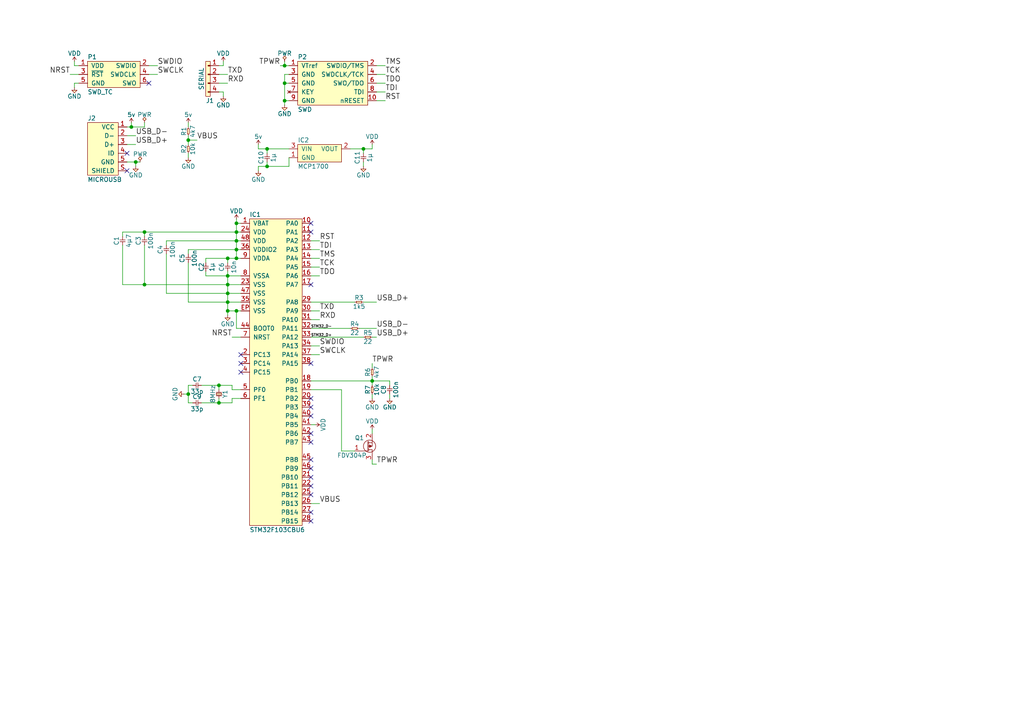
<source format=kicad_sch>
(kicad_sch (version 20230121) (generator eeschema)
  (paper "A4")
  (title_block (title "Adam Magic Probe") (date "2016-01-01") (rev "1") (comment 1 "This Drawing By: Adam Greig") (comment 2 "Original design: Black Magic Probe, Black Sphere Technologies Ltd") (comment 3 "Licence: CC-BY-SA"))
  (lib_symbols
    (symbol "amp-rescue:5v" (power) (pin_numbers hide) (pin_names (offset 1.016) hide)
      (property "Value" "5v" (at 0 2.286 0))
      (symbol "5v_0_1"
        (polyline (pts (xy 0 1.27) (xy 0.508 0.508)))
        (polyline (pts (xy 0 0) (xy 0 1.27) (xy -0.508 0.508)))
      )
      (symbol "5v_1_1"
        (pin power_in line (at 0 0 180) (length 0) hide (name "5v") (number "1"))
      )
    )
    (symbol "amp-rescue:C" (pin_numbers hide) (pin_names (offset 1.016) hide)
      (property "Reference" "C" (at 1.27 1.778 0))
      (property "Value" "C" (at 1.27 -1.778 0))
      (symbol "C_0_1"
        (polyline (pts (xy 1.016 0.762) (xy 1.016 -0.762)))
        (polyline (pts (xy 1.524 0.762) (xy 1.524 -0.762)))
      )
      (symbol "C_1_1"
        (pin passive line (at 0 0 0) (length 1.016) (name "~") (number "1"))
        (pin passive line (at 2.54 0 180) (length 1.016) (name "~") (number "2"))
      )
    )
    (symbol "amp-rescue:CONN_01x04" (pin_names (offset 0.0254) hide)
      (property "Reference" "J" (at -1.27 2.54 0))
      (property "Value" "CONN_01x04" (at -1.27 -10.16 0))
      (symbol "CONN_01x04_0_1"
        (rectangle (start 0 -7.493) (end -0.635 -7.747) (fill (type outline)))
        (rectangle (start 0 -4.953) (end -0.635 -5.207) (fill (type outline)))
        (rectangle (start 0 -2.413) (end -0.635 -2.667) (fill (type outline)))
        (rectangle (start 0 0.127) (end -0.635 -0.127) (fill (type outline)))
        (rectangle (start 0 1.27) (end -1.27 -8.89) (fill (type background)))
      )
      (symbol "CONN_01x04_1_1"
        (pin passive line (at 2.54 0 180) (length 2.54) (name "1") (number "1"))
        (pin passive line (at 2.54 -2.54 180) (length 2.54) (name "2") (number "2"))
        (pin passive line (at 2.54 -5.08 180) (length 2.54) (name "3") (number "3"))
        (pin passive line (at 2.54 -7.62 180) (length 2.54) (name "4") (number "4"))
      )
    )
    (symbol "amp-rescue:GND" (power) (pin_numbers hide) (pin_names (offset 1.016) hide)
      (property "Value" "GND" (at 0 -2.54 0))
      (symbol "GND_0_1"
        (polyline (pts (xy 0 0) (xy 0 -0.762)))
        (polyline (pts (xy -0.762 -0.762) (xy 0.762 -0.762) (xy 0 -1.524) (xy -0.762 -0.762)) (fill (type background)))
      )
      (symbol "GND_1_1"
        (pin power_in line (at 0 0 180) (length 0) hide (name "GND") (number "1"))
      )
    )
    (symbol "amp-rescue:MCP1700" (pin_names (offset 1.016))
      (property "Reference" "IC" (at -5.08 2.54 0))
      (property "Value" "MCP1700" (at -5.08 -5.08 0))
      (symbol "MCP1700_0_1"
        (rectangle (start -5.08 1.27) (end 7.62 -3.81) (fill (type background)))
      )
      (symbol "MCP1700_1_1"
        (pin power_in line (at -7.62 -2.54 0) (length 2.54) (name "GND") (number "1"))
        (pin power_out line (at 10.16 0 180) (length 2.54) (name "VOUT") (number "2"))
        (pin power_in line (at -7.62 0 0) (length 2.54) (name "VIN") (number "3"))
      )
    )
    (symbol "amp-rescue:MICROUSB" (pin_names (offset 1.016))
      (property "Reference" "J" (at -3.81 7.62 0))
      (property "Value" "MICROUSB" (at -3.81 -10.16 0))
      (symbol "MICROUSB_0_1"
        (rectangle (start 5.08 6.35) (end -3.81 -8.89) (fill (type background)))
      )
      (symbol "MICROUSB_1_1"
        (pin power_in line (at 7.62 5.08 180) (length 2.54) (name "VCC") (number "1"))
        (pin bidirectional line (at 7.62 2.54 180) (length 2.54) (name "D-") (number "2"))
        (pin bidirectional line (at 7.62 0 180) (length 2.54) (name "D+") (number "3"))
        (pin passive line (at 7.62 -2.54 180) (length 2.54) (name "ID") (number "4"))
        (pin power_in line (at 7.62 -5.08 180) (length 2.54) (name "GND") (number "5"))
        (pin power_in line (at 7.62 -7.62 180) (length 2.54) (name "SHIELD") (number "S"))
      )
    )
    (symbol "amp-rescue:PFET" (pin_names (offset 0.0254) hide)
      (property "Reference" "Q" (at -6.35 0.762 0))
      (property "Value" "PFET" (at -6.35 -4.064 0))
      (symbol "PFET_0_1"
        (circle (center -0.762 -1.143) (radius 1.778))
        (polyline (pts (xy -3.81 -2.54) (xy -1.27 -2.54)))
        (polyline (pts (xy -1.27 -2.54) (xy -1.27 0.254)))
        (polyline (pts (xy -1.016 -2.159) (xy 0 -2.159)))
        (polyline (pts (xy -1.016 -1.778) (xy -1.016 -2.54)))
        (polyline (pts (xy -1.016 -0.762) (xy -1.016 -1.524)))
        (polyline (pts (xy -1.016 0.254) (xy -1.016 -0.508)))
        (polyline (pts (xy 0 -2.159) (xy 0 -3.81)))
        (polyline (pts (xy -1.016 -1.143) (xy 0 -1.143) (xy 0 -0.127)))
        (polyline (pts (xy -1.016 -0.127) (xy 0 -0.127) (xy 0 1.27)))
        (polyline (pts (xy -0.127 -1.143) (xy -0.762 -0.762) (xy -0.762 -1.524) (xy -0.127 -1.143)) (fill (type outline)))
      )
      (symbol "PFET_1_1"
        (pin passive line (at -5.08 -2.54 0) (length 1.27) (name "G") (number "1"))
        (pin passive line (at 0 2.54 270) (length 1.27) (name "S") (number "2"))
        (pin passive line (at 0 -5.08 90) (length 1.27) (name "D") (number "3"))
      )
    )
    (symbol "amp-rescue:PWR" (power) (pin_numbers hide) (pin_names (offset 1.016) hide)
      (property "Value" "PWR" (at 0 2.286 0))
      (symbol "PWR_0_1"
        (polyline (pts (xy 0 0.508) (xy -0.508 1.016) (xy 0 1.524) (xy 0.508 1.016) (xy 0 0.508)) (fill (type background)))
      )
      (symbol "PWR_1_1"
        (pin power_out line (at 0 0 90) (length 0.508) (name "pwr") (number "1"))
      )
    )
    (symbol "amp-rescue:R" (pin_numbers hide) (pin_names (offset 1.016) hide)
      (property "Reference" "R" (at 1.27 1.27 0))
      (property "Value" "R" (at 1.27 -1.27 0))
      (symbol "R_0_1"
        (rectangle (start 0.508 0.254) (end 2.032 -0.254) (fill (type background)))
      )
      (symbol "R_1_1"
        (pin passive line (at 0 0 0) (length 0.508) (name "~") (number "1"))
        (pin passive line (at 2.54 0 180) (length 0.508) (name "~") (number "2"))
      )
    )
    (symbol "amp-rescue:STM32F1xxCxUx" (pin_names (offset 1.016))
      (property "Reference" "IC" (at -7.62 45.72 0))
      (property "Value" "STM32F1xxCxUx" (at -7.62 -45.72 0))
      (symbol "STM32F1xxCxUx_0_0"
        (pin power_in line (at -10.16 43.18 0) (length 2.54) (name "VBAT") (number "1"))
        (pin bidirectional line (at 10.16 43.18 180) (length 2.54) (name "PA0") (number "10"))
        (pin bidirectional line (at 10.16 40.64 180) (length 2.54) (name "PA1") (number "11"))
        (pin bidirectional line (at 10.16 38.1 180) (length 2.54) (name "PA2") (number "12"))
        (pin bidirectional line (at 10.16 35.56 180) (length 2.54) (name "PA3") (number "13"))
        (pin bidirectional line (at 10.16 33.02 180) (length 2.54) (name "PA4") (number "14"))
        (pin bidirectional line (at 10.16 30.48 180) (length 2.54) (name "PA5") (number "15"))
        (pin bidirectional line (at 10.16 27.94 180) (length 2.54) (name "PA6") (number "16"))
        (pin bidirectional line (at 10.16 25.4 180) (length 2.54) (name "PA7") (number "17"))
        (pin bidirectional line (at 10.16 -2.54 180) (length 2.54) (name "PB0") (number "18"))
        (pin bidirectional line (at 10.16 -5.08 180) (length 2.54) (name "PB1") (number "19"))
        (pin bidirectional line (at -10.16 5.08 0) (length 2.54) (name "PC13") (number "2"))
        (pin bidirectional line (at 10.16 -7.62 180) (length 2.54) (name "PB2") (number "20"))
        (pin bidirectional line (at 10.16 -30.48 180) (length 2.54) (name "PB10") (number "21"))
        (pin bidirectional line (at 10.16 -33.02 180) (length 2.54) (name "PB11") (number "22"))
        (pin power_in line (at -10.16 25.4 0) (length 2.54) (name "VSS") (number "23"))
        (pin power_in line (at -10.16 40.64 0) (length 2.54) (name "VDD") (number "24"))
        (pin bidirectional line (at 10.16 -35.56 180) (length 2.54) (name "PB12") (number "25"))
        (pin bidirectional line (at 10.16 -38.1 180) (length 2.54) (name "PB13") (number "26"))
        (pin bidirectional line (at 10.16 -40.64 180) (length 2.54) (name "PB14") (number "27"))
        (pin bidirectional line (at 10.16 -43.18 180) (length 2.54) (name "PB15") (number "28"))
        (pin bidirectional line (at 10.16 20.32 180) (length 2.54) (name "PA8") (number "29"))
        (pin bidirectional line (at -10.16 2.54 0) (length 2.54) (name "PC14") (number "3"))
        (pin bidirectional line (at 10.16 17.78 180) (length 2.54) (name "PA9") (number "30"))
        (pin bidirectional line (at 10.16 15.24 180) (length 2.54) (name "PA10") (number "31"))
        (pin bidirectional line (at 10.16 12.7 180) (length 2.54) (name "PA11") (number "32"))
        (pin bidirectional line (at 10.16 10.16 180) (length 2.54) (name "PA12") (number "33"))
        (pin bidirectional line (at 10.16 7.62 180) (length 2.54) (name "PA13") (number "34"))
        (pin power_in line (at -10.16 20.32 0) (length 2.54) (name "VSS") (number "35"))
        (pin power_in line (at -10.16 35.56 0) (length 2.54) (name "VDDIO2") (number "36"))
        (pin bidirectional line (at 10.16 5.08 180) (length 2.54) (name "PA14") (number "37"))
        (pin bidirectional line (at 10.16 2.54 180) (length 2.54) (name "PA15") (number "38"))
        (pin bidirectional line (at 10.16 -10.16 180) (length 2.54) (name "PB3") (number "39"))
        (pin bidirectional line (at -10.16 0 0) (length 2.54) (name "PC15") (number "4"))
        (pin bidirectional line (at 10.16 -12.7 180) (length 2.54) (name "PB4") (number "40"))
        (pin bidirectional line (at 10.16 -15.24 180) (length 2.54) (name "PB5") (number "41"))
        (pin bidirectional line (at 10.16 -17.78 180) (length 2.54) (name "PB6") (number "42"))
        (pin bidirectional line (at 10.16 -20.32 180) (length 2.54) (name "PB7") (number "43"))
        (pin input line (at -10.16 12.7 0) (length 2.54) (name "BOOT0") (number "44"))
        (pin bidirectional line (at 10.16 -25.4 180) (length 2.54) (name "PB8") (number "45"))
        (pin bidirectional line (at 10.16 -27.94 180) (length 2.54) (name "PB9") (number "46"))
        (pin power_in line (at -10.16 22.86 0) (length 2.54) (name "VSS") (number "47"))
        (pin power_in line (at -10.16 38.1 0) (length 2.54) (name "VDD") (number "48"))
        (pin bidirectional line (at -10.16 -5.08 0) (length 2.54) (name "PF0") (number "5"))
        (pin bidirectional line (at -10.16 -7.62 0) (length 2.54) (name "PF1") (number "6"))
        (pin input line (at -10.16 10.16 0) (length 2.54) (name "NRST") (number "7"))
        (pin power_in line (at -10.16 27.94 0) (length 2.54) (name "VSSA") (number "8"))
        (pin power_in line (at -10.16 33.02 0) (length 2.54) (name "VDDA") (number "9"))
        (pin power_in line (at -10.16 17.78 0) (length 2.54) (name "VSS") (number "EP"))
      )
      (symbol "STM32F1xxCxUx_0_1"
        (rectangle (start -7.62 44.45) (end 7.62 -44.45) (fill (type background)))
      )
    )
    (symbol "amp-rescue:SWD" (pin_names (offset 1.016))
      (property "Reference" "P" (at -10.16 7.62 0))
      (property "Value" "SWD" (at -10.16 -7.62 0))
      (symbol "SWD_0_1"
        (rectangle (start -10.16 6.35) (end 10.16 -6.35) (fill (type background)))
      )
      (symbol "SWD_1_1"
        (pin power_in line (at -12.7 5.08 0) (length 2.54) (name "VTref") (number "1"))
        (pin output line (at 12.7 -5.08 180) (length 2.54) (name "nRESET") (number "10"))
        (pin bidirectional line (at 12.7 5.08 180) (length 2.54) (name "SWDIO/TMS") (number "2"))
        (pin power_in line (at -12.7 2.54 0) (length 2.54) (name "GND") (number "3"))
        (pin bidirectional line (at 12.7 2.54 180) (length 2.54) (name "SWDCLK/TCK") (number "4"))
        (pin power_in line (at -12.7 0 0) (length 2.54) (name "GND") (number "5"))
        (pin bidirectional line (at 12.7 0 180) (length 2.54) (name "SWO/TDO") (number "6"))
        (pin no_connect line (at -12.7 -2.54 0) (length 2.54) (name "KEY") (number "7"))
        (pin bidirectional line (at 12.7 -2.54 180) (length 2.54) (name "TDI") (number "8"))
        (pin power_in line (at -12.7 -5.08 0) (length 2.54) (name "GND") (number "9"))
      )
    )
    (symbol "amp-rescue:SWD_TC" (pin_names (offset 1.016))
      (property "Reference" "P" (at -7.62 5.08 0))
      (property "Value" "SWD_TC" (at -7.62 -5.08 0))
      (symbol "SWD_TC_0_1"
        (rectangle (start -7.62 3.81) (end 7.62 -3.81) (fill (type background)))
      )
      (symbol "SWD_TC_1_1"
        (pin power_in line (at -10.16 2.54 0) (length 2.54) (name "VDD") (number "1"))
        (pin bidirectional line (at 10.16 2.54 180) (length 2.54) (name "SWDIO") (number "2"))
        (pin output line (at -10.16 0 0) (length 2.54) (name "~{RST}") (number "3"))
        (pin output line (at 10.16 0 180) (length 2.54) (name "SWDCLK") (number "4"))
        (pin power_in line (at -10.16 -2.54 0) (length 2.54) (name "GND") (number "5"))
        (pin input line (at 10.16 -2.54 180) (length 2.54) (name "SWO") (number "6"))
      )
    )
    (symbol "amp-rescue:VDD" (power) (pin_numbers hide) (pin_names (offset 1.016) hide)
      (property "Value" "VDD" (at 0 2.286 0))
      (symbol "VDD_0_1"
        (polyline (pts (xy 0 1.27) (xy 0.508 0.508)))
        (polyline (pts (xy 0 0) (xy 0 1.27) (xy -0.508 0.508)))
      )
      (symbol "VDD_1_1"
        (pin power_in line (at 0 0 180) (length 0) hide (name "VDD") (number "1"))
      )
    )
    (symbol "amp-rescue:XTAL" (pin_numbers hide) (pin_names (offset 1.016) hide)
      (property "Reference" "Y" (at 1.27 1.778 0))
      (property "Value" "XTAL" (at 1.27 -1.778 0))
      (symbol "XTAL_0_1"
        (polyline (pts (xy 0.762 0.762) (xy 0.762 -0.762)))
        (polyline (pts (xy 1.778 0.762) (xy 1.778 -0.762)))
        (rectangle (start 1.016 0.762) (end 1.524 -0.762) (fill (type background)))
      )
      (symbol "XTAL_1_1"
        (pin passive line (at 0 0 0) (length 0.762) (name "~") (number "1"))
        (pin passive line (at 2.54 0 180) (length 0.762) (name "~") (number "2"))
      )
    )
  )
  (junction (at 66.04 87.63))
  (junction (at 82.55 24.13))
  (junction (at 68.58 90.17))
  (junction (at 82.55 29.21))
  (junction (at 66.04 80.01))
  (junction (at 38.1 36.83))
  (junction (at 66.04 85.09))
  (junction (at 68.58 74.93))
  (junction (at 66.04 90.17))
  (junction (at 107.95 110.49))
  (junction (at 68.58 67.31))
  (junction (at 77.47 48.26))
  (junction (at 54.61 40.64))
  (junction (at 68.58 72.39))
  (junction (at 68.58 64.77))
  (junction (at 63.5 116.84))
  (junction (at 66.04 74.93))
  (junction (at 105.41 43.18))
  (junction (at 63.5 111.76))
  (junction (at 41.91 82.55))
  (junction (at 77.47 43.18))
  (junction (at 66.04 82.55))
  (junction (at 41.91 67.31))
  (junction (at 54.61 114.3))
  (junction (at 82.55 19.05))
  (junction (at 68.58 69.85))
  (junction (at 39.37 46.99))
  (no_connect (at 90.17 115.57))
  (no_connect (at 90.17 105.41))
  (no_connect (at 90.17 120.65))
  (no_connect (at 90.17 82.55))
  (no_connect (at 90.17 148.59))
  (no_connect (at 36.83 49.53))
  (no_connect (at 90.17 118.11))
  (no_connect (at 90.17 64.77))
  (no_connect (at 43.18 24.13))
  (no_connect (at 69.85 105.41))
  (no_connect (at 90.17 135.89))
  (no_connect (at 69.85 102.87))
  (no_connect (at 36.83 44.45))
  (no_connect (at 69.85 107.95))
  (no_connect (at 90.17 140.97))
  (no_connect (at 90.17 128.27))
  (no_connect (at 90.17 143.51))
  (no_connect (at 90.17 67.31))
  (no_connect (at 90.17 138.43))
  (no_connect (at 90.17 125.73))
  (no_connect (at 90.17 151.13))
  (no_connect (at 90.17 133.35))
  (wire (pts (xy 74.93 49.53) (xy 74.93 48.26)))
  (wire (pts (xy 21.59 24.13) (xy 21.59 25.4)))
  (wire (pts (xy 105.41 43.18) (xy 105.41 44.45)))
  (wire (pts (xy 63.5 115.57) (xy 63.5 116.84)))
  (wire (pts (xy 54.61 114.3) (xy 54.61 116.84)))
  (wire (pts (xy 54.61 76.2) (xy 54.61 87.63)))
  (wire (pts (xy 41.91 71.12) (xy 41.91 82.55)))
  (wire (pts (xy 68.58 90.17) (xy 66.04 90.17)))
  (wire (pts (xy 91.44 123.19) (xy 90.17 123.19)))
  (wire (pts (xy 92.71 74.93) (xy 90.17 74.93)))
  (wire (pts (xy 109.22 26.67) (xy 111.76 26.67)))
  (wire (pts (xy 74.93 41.91) (xy 74.93 43.18)))
  (wire (pts (xy 22.86 24.13) (xy 21.59 24.13)))
  (wire (pts (xy 35.56 67.31) (xy 35.56 68.58)))
  (wire (pts (xy 48.26 69.85) (xy 48.26 71.12)))
  (wire (pts (xy 69.85 64.77) (xy 68.58 64.77)))
  (wire (pts (xy 99.06 130.81) (xy 102.87 130.81)))
  (wire (pts (xy 41.91 67.31) (xy 41.91 68.58)))
  (wire (pts (xy 90.17 102.87) (xy 92.71 102.87)))
  (wire (pts (xy 68.58 72.39) (xy 54.61 72.39)))
  (wire (pts (xy 63.5 113.03) (xy 63.5 111.76)))
  (wire (pts (xy 113.03 114.3) (xy 113.03 115.57)))
  (wire (pts (xy 68.58 64.77) (xy 68.58 67.31)))
  (wire (pts (xy 109.22 95.25) (xy 104.14 95.25)))
  (wire (pts (xy 83.82 48.26) (xy 83.82 45.72)))
  (wire (pts (xy 69.85 69.85) (xy 68.58 69.85)))
  (wire (pts (xy 68.58 63.5) (xy 68.58 64.77)))
  (wire (pts (xy 102.87 87.63) (xy 90.17 87.63)))
  (wire (pts (xy 66.04 80.01) (xy 69.85 80.01)))
  (wire (pts (xy 41.91 67.31) (xy 68.58 67.31)))
  (wire (pts (xy 82.55 19.05) (xy 81.28 19.05)))
  (wire (pts (xy 107.95 133.35) (xy 107.95 134.62)))
  (wire (pts (xy 77.47 48.26) (xy 83.82 48.26)))
  (wire (pts (xy 22.86 19.05) (xy 21.59 19.05)))
  (wire (pts (xy 107.95 43.18) (xy 107.95 41.91)))
  (wire (pts (xy 90.17 92.71) (xy 92.71 92.71)))
  (wire (pts (xy 105.41 46.99) (xy 105.41 48.26)))
  (wire (pts (xy 39.37 46.99) (xy 39.37 48.26)))
  (wire (pts (xy 66.04 85.09) (xy 66.04 87.63)))
  (wire (pts (xy 54.61 116.84) (xy 55.88 116.84)))
  (wire (pts (xy 69.85 115.57) (xy 67.31 115.57)))
  (wire (pts (xy 82.55 24.13) (xy 82.55 29.21)))
  (wire (pts (xy 99.06 113.03) (xy 99.06 130.81)))
  (wire (pts (xy 55.88 111.76) (xy 54.61 111.76)))
  (wire (pts (xy 59.69 78.74) (xy 59.69 80.01)))
  (wire (pts (xy 77.47 44.45) (xy 77.47 43.18)))
  (wire (pts (xy 54.61 36.83) (xy 54.61 35.56)))
  (wire (pts (xy 43.18 21.59) (xy 45.72 21.59)))
  (wire (pts (xy 66.04 80.01) (xy 66.04 82.55)))
  (wire (pts (xy 68.58 67.31) (xy 68.58 69.85)))
  (wire (pts (xy 54.61 114.3) (xy 53.34 114.3)))
  (wire (pts (xy 39.37 46.99) (xy 40.64 46.99)))
  (wire (pts (xy 54.61 39.37) (xy 54.61 40.64)))
  (wire (pts (xy 90.17 100.33) (xy 92.71 100.33)))
  (wire (pts (xy 20.32 21.59) (xy 22.86 21.59)))
  (wire (pts (xy 66.04 78.74) (xy 66.04 80.01)))
  (wire (pts (xy 92.71 90.17) (xy 90.17 90.17)))
  (wire (pts (xy 92.71 146.05) (xy 90.17 146.05)))
  (wire (pts (xy 68.58 72.39) (xy 68.58 74.93)))
  (wire (pts (xy 41.91 36.83) (xy 41.91 35.56)))
  (wire (pts (xy 69.85 95.25) (xy 68.58 95.25)))
  (wire (pts (xy 105.41 97.79) (xy 90.17 97.79)))
  (wire (pts (xy 54.61 44.45) (xy 54.61 45.72)))
  (wire (pts (xy 68.58 95.25) (xy 68.58 90.17)))
  (wire (pts (xy 90.17 72.39) (xy 92.71 72.39)))
  (wire (pts (xy 39.37 39.37) (xy 36.83 39.37)))
  (wire (pts (xy 66.04 82.55) (xy 66.04 85.09)))
  (wire (pts (xy 111.76 19.05) (xy 109.22 19.05)))
  (wire (pts (xy 82.55 21.59) (xy 82.55 24.13)))
  (wire (pts (xy 66.04 87.63) (xy 69.85 87.63)))
  (wire (pts (xy 90.17 77.47) (xy 92.71 77.47)))
  (wire (pts (xy 66.04 74.93) (xy 68.58 74.93)))
  (wire (pts (xy 68.58 69.85) (xy 48.26 69.85)))
  (wire (pts (xy 63.5 111.76) (xy 67.31 111.76)))
  (wire (pts (xy 59.69 80.01) (xy 66.04 80.01)))
  (wire (pts (xy 36.83 41.91) (xy 39.37 41.91)))
  (wire (pts (xy 68.58 74.93) (xy 69.85 74.93)))
  (wire (pts (xy 36.83 46.99) (xy 39.37 46.99)))
  (wire (pts (xy 83.82 19.05) (xy 82.55 19.05)))
  (wire (pts (xy 63.5 116.84) (xy 58.42 116.84)))
  (wire (pts (xy 111.76 29.21) (xy 109.22 29.21)))
  (wire (pts (xy 38.1 35.56) (xy 38.1 36.83)))
  (wire (pts (xy 66.04 90.17) (xy 66.04 91.44)))
  (wire (pts (xy 66.04 82.55) (xy 69.85 82.55)))
  (wire (pts (xy 83.82 24.13) (xy 82.55 24.13)))
  (wire (pts (xy 36.83 36.83) (xy 38.1 36.83)))
  (wire (pts (xy 59.69 74.93) (xy 59.69 76.2)))
  (wire (pts (xy 66.04 85.09) (xy 69.85 85.09)))
  (wire (pts (xy 111.76 24.13) (xy 109.22 24.13)))
  (wire (pts (xy 82.55 29.21) (xy 82.55 30.48)))
  (wire (pts (xy 69.85 72.39) (xy 68.58 72.39)))
  (wire (pts (xy 66.04 87.63) (xy 66.04 90.17)))
  (wire (pts (xy 83.82 29.21) (xy 82.55 29.21)))
  (wire (pts (xy 90.17 110.49) (xy 107.95 110.49)))
  (wire (pts (xy 63.5 21.59) (xy 66.04 21.59)))
  (wire (pts (xy 54.61 111.76) (xy 54.61 114.3)))
  (wire (pts (xy 54.61 72.39) (xy 54.61 73.66)))
  (wire (pts (xy 69.85 90.17) (xy 68.58 90.17)))
  (wire (pts (xy 66.04 24.13) (xy 63.5 24.13)))
  (wire (pts (xy 77.47 46.99) (xy 77.47 48.26)))
  (wire (pts (xy 83.82 21.59) (xy 82.55 21.59)))
  (wire (pts (xy 77.47 43.18) (xy 83.82 43.18)))
  (wire (pts (xy 48.26 73.66) (xy 48.26 85.09)))
  (wire (pts (xy 38.1 36.83) (xy 41.91 36.83)))
  (wire (pts (xy 57.15 40.64) (xy 54.61 40.64)))
  (wire (pts (xy 66.04 74.93) (xy 66.04 76.2)))
  (wire (pts (xy 107.95 124.46) (xy 107.95 125.73)))
  (wire (pts (xy 67.31 116.84) (xy 63.5 116.84)))
  (wire (pts (xy 58.42 111.76) (xy 63.5 111.76)))
  (wire (pts (xy 35.56 67.31) (xy 41.91 67.31)))
  (wire (pts (xy 107.95 109.22) (xy 107.95 110.49)))
  (wire (pts (xy 109.22 97.79) (xy 107.95 97.79)))
  (wire (pts (xy 107.95 115.57) (xy 107.95 114.3)))
  (wire (pts (xy 113.03 110.49) (xy 113.03 111.76)))
  (wire (pts (xy 48.26 85.09) (xy 66.04 85.09)))
  (wire (pts (xy 41.91 82.55) (xy 66.04 82.55)))
  (wire (pts (xy 107.95 134.62) (xy 109.22 134.62)))
  (wire (pts (xy 105.41 43.18) (xy 107.95 43.18)))
  (wire (pts (xy 59.69 74.93) (xy 66.04 74.93)))
  (wire (pts (xy 35.56 71.12) (xy 35.56 82.55)))
  (wire (pts (xy 67.31 115.57) (xy 67.31 116.84)))
  (wire (pts (xy 68.58 67.31) (xy 69.85 67.31)))
  (wire (pts (xy 109.22 87.63) (xy 105.41 87.63)))
  (wire (pts (xy 101.6 43.18) (xy 105.41 43.18)))
  (wire (pts (xy 63.5 26.67) (xy 64.77 26.67)))
  (wire (pts (xy 64.77 26.67) (xy 64.77 27.94)))
  (wire (pts (xy 54.61 40.64) (xy 54.61 41.91)))
  (wire (pts (xy 74.93 43.18) (xy 77.47 43.18)))
  (wire (pts (xy 67.31 111.76) (xy 67.31 113.03)))
  (wire (pts (xy 92.71 69.85) (xy 90.17 69.85)))
  (wire (pts (xy 67.31 97.79) (xy 69.85 97.79)))
  (wire (pts (xy 109.22 21.59) (xy 111.76 21.59)))
  (wire (pts (xy 54.61 87.63) (xy 66.04 87.63)))
  (wire (pts (xy 90.17 113.03) (xy 99.06 113.03)))
  (wire (pts (xy 21.59 19.05) (xy 21.59 17.78)))
  (wire (pts (xy 67.31 113.03) (xy 69.85 113.03)))
  (wire (pts (xy 107.95 110.49) (xy 113.03 110.49)))
  (wire (pts (xy 68.58 69.85) (xy 68.58 72.39)))
  (wire (pts (xy 101.6 95.25) (xy 90.17 95.25)))
  (wire (pts (xy 107.95 110.49) (xy 107.95 111.76)))
  (wire (pts (xy 82.55 17.78) (xy 82.55 19.05)))
  (wire (pts (xy 92.71 80.01) (xy 90.17 80.01)))
  (wire (pts (xy 63.5 19.05) (xy 64.77 19.05)))
  (wire (pts (xy 74.93 48.26) (xy 77.47 48.26)))
  (wire (pts (xy 107.95 105.41) (xy 107.95 106.68)))
  (wire (pts (xy 64.77 19.05) (xy 64.77 17.78)))
  (wire (pts (xy 35.56 82.55) (xy 41.91 82.55)))
  (wire (pts (xy 45.72 19.05) (xy 43.18 19.05)))
  (label "TDO" (at 92.71 80.01 0) (effects (font (size 1.524 1.524))))
  (label "RST" (at 92.71 69.85 0) (effects (font (size 1.524 1.524))))
  (label "USB_D+" (at 109.22 97.79 0) (effects (font (size 1.524 1.524))))
  (label "STM32_D+" (at 90.17 97.79 0) (effects (font (size 0.762 0.762))))
  (label "SWDIO" (at 92.71 100.33 0) (effects (font (size 1.524 1.524))))
  (label "SWDIO" (at 45.72 19.05 0) (effects (font (size 1.524 1.524))))
  (label "STM32_D-" (at 90.17 95.25 0) (effects (font (size 0.762 0.762))))
  (label "TPWR" (at 107.95 105.41 0) (effects (font (size 1.524 1.524))))
  (label "TMS" (at 111.76 19.05 0) (effects (font (size 1.524 1.524))))
  (label "TDI" (at 111.76 26.67 0) (effects (font (size 1.524 1.524))))
  (label "NRST" (at 20.32 21.59 180) (effects (font (size 1.524 1.524))))
  (label "TXD" (at 66.04 21.59 0) (effects (font (size 1.524 1.524))))
  (label "USB_D-" (at 39.37 39.37 0) (effects (font (size 1.524 1.524))))
  (label "USB_D-" (at 109.22 95.25 0) (effects (font (size 1.524 1.524))))
  (label "SWCLK" (at 45.72 21.59 0) (effects (font (size 1.524 1.524))))
  (label "TCK" (at 92.71 77.47 0) (effects (font (size 1.524 1.524))))
  (label "USB_D+" (at 109.22 87.63 0) (effects (font (size 1.524 1.524))))
  (label "VBUS" (at 57.15 40.64 0) (effects (font (size 1.524 1.524))))
  (label "USB_D+" (at 39.37 41.91 0) (effects (font (size 1.524 1.524))))
  (label "TMS" (at 92.71 74.93 0) (effects (font (size 1.524 1.524))))
  (label "TXD" (at 92.71 90.17 0) (effects (font (size 1.524 1.524))))
  (label "NRST" (at 67.31 97.79 180) (effects (font (size 1.524 1.524))))
  (label "TDI" (at 92.71 72.39 0) (effects (font (size 1.524 1.524))))
  (label "TCK" (at 111.76 21.59 0) (effects (font (size 1.524 1.524))))
  (label "TPWR" (at 81.28 19.05 180) (effects (font (size 1.524 1.524))))
  (label "RST" (at 111.76 29.21 0) (effects (font (size 1.524 1.524))))
  (label "TPWR" (at 109.22 134.62 0) (effects (font (size 1.524 1.524))))
  (label "SWCLK" (at 92.71 102.87 0) (effects (font (size 1.524 1.524))))
  (label "VBUS" (at 92.71 146.05 0) (effects (font (size 1.524 1.524))))
  (label "TDO" (at 111.76 24.13 0) (effects (font (size 1.524 1.524))))
  (label "RXD" (at 66.04 24.13 0) (effects (font (size 1.524 1.524))))
  (label "RXD" (at 92.71 92.71 0) (effects (font (size 1.524 1.524))))
  (symbol (lib_id "amp-rescue:STM32F1xxCxUx") (at 80.01 107.95 0) (unit 1)
    (property "Reference" "IC1" (at 72.39 62.23 0) (effects (justify left)))
    (property "Value" "STM32F103CBU6" (at 72.39 153.67 0) (effects (justify left)))
    (property "Footprint" "agg:QFN-48-EP-ST" (effects hide))
    (property "Datasheet" "http://www.st.com/st-web-ui/static/active/en/resource/technical/document/datasheet/CD00161566.pdf" (effects hide))
    (property "Farnell" "2060891" (effects hide))
  )
  (symbol (lib_id "amp-rescue:SWD_TC") (at 33.02 21.59 0) (unit 1)
    (property "Reference" "P1" (at 25.4 16.51 0) (effects (justify left)))
    (property "Value" "SWD_TC" (at 25.4 26.67 0) (effects (justify left)))
    (property "Footprint" "agg:TC2030-NL" (effects hide))
  )
  (symbol (lib_id "amp-rescue:SWD") (at 96.52 24.13 0) (unit 1)
    (property "Reference" "P2" (at 86.36 16.51 0) (effects (justify left)))
    (property "Value" "SWD" (at 86.36 31.75 0) (effects (justify left)))
    (property "Footprint" "agg:FTSH-105-01-L-DV-K" (effects hide))
    (property "Toby" "FTSH-105-01-L-DV-K" (effects hide))
  )
  (symbol (lib_id "amp-rescue:MICROUSB") (at 29.21 41.91 0) (unit 1)
    (property "Reference" "J2" (at 25.4 34.29 0) (effects (justify left)))
    (property "Value" "MICROUSB" (at 25.4 52.07 0) (effects (justify left)))
    (property "Footprint" "agg:MICROUSB_MOLEX_47589-0001" (effects hide))
    (property "Farnell" "1568023" (effects hide))
  )
  (symbol (lib_id "amp-rescue:CONN_01x04") (at 60.96 19.05 0) (unit 1)
    (property "Reference" "J1" (at 59.69 29.21 0) (effects (justify left)))
    (property "Value" "SERIAL" (at 58.42 22.86 90))
    (property "Footprint" "agg:SM04B-PASS" (effects hide))
    (property "Farnell" "2399347" (effects hide))
  )
  (symbol (lib_id "amp-rescue:VDD") (at 21.59 17.78 0) (unit 1)
    (property "Reference" "#PWR01" (effects hide))
    (property "Value" "VDD" (at 21.59 15.494 0))
  )
  (symbol (lib_id "amp-rescue:GND") (at 21.59 25.4 0) (unit 1)
    (property "Reference" "#PWR02" (effects hide))
    (property "Value" "GND" (at 21.59 27.94 0))
  )
  (symbol (lib_id "amp-rescue:GND") (at 64.77 27.94 0) (unit 1)
    (property "Reference" "#PWR03" (effects hide))
    (property "Value" "GND" (at 64.77 30.48 0))
  )
  (symbol (lib_id "amp-rescue:VDD") (at 64.77 17.78 0) (unit 1)
    (property "Reference" "#PWR04" (effects hide))
    (property "Value" "VDD" (at 64.77 15.494 0))
  )
  (symbol (lib_id "amp-rescue:GND") (at 39.37 48.26 0) (unit 1)
    (property "Reference" "#PWR05" (effects hide))
    (property "Value" "GND" (at 39.37 50.8 0))
  )
  (symbol (lib_id "amp-rescue:PWR") (at 40.64 46.99 0) (unit 1)
    (property "Reference" "#FLG06" (effects hide))
    (property "Value" "PWR" (at 40.64 44.704 0))
  )
  (symbol (lib_id "amp-rescue:PWR") (at 41.91 35.56 0) (unit 1)
    (property "Reference" "#FLG07" (effects hide))
    (property "Value" "PWR" (at 41.91 33.274 0))
  )
  (symbol (lib_id "amp-rescue:PFET") (at 107.95 128.27 0) (unit 1)
    (property "Reference" "Q1" (at 102.87 127 0) (effects (justify left)))
    (property "Value" "FDV304P" (at 97.79 132.08 0) (effects (justify left)))
    (property "Footprint" "agg:SOT-23" (effects hide))
    (property "Farnell" "9846123" (effects hide))
  )
  (symbol (lib_id "amp-rescue:VDD") (at 107.95 124.46 0) (unit 1)
    (property "Reference" "#PWR019" (effects hide))
    (property "Value" "VDD" (at 107.95 122.174 0))
  )
  (symbol (lib_id "amp-rescue:MCP1700") (at 91.44 43.18 0) (unit 1)
    (property "Reference" "IC2" (at 86.36 40.64 0) (effects (justify left)))
    (property "Value" "MCP1700" (at 86.36 48.26 0) (effects (justify left)))
    (property "Footprint" "agg:SOT-23" (effects hide))
    (property "Datasheet" "http://www.farnell.com/datasheets/1784514.pdf" (effects hide))
    (property "Farnell" "1296592" (effects hide))
  )
  (symbol (lib_id "amp-rescue:R") (at 101.6 95.25 0) (unit 1)
    (property "Reference" "R4" (at 102.87 93.98 0))
    (property "Value" "22" (at 102.87 96.52 0))
    (property "Footprint" "agg:0402" (effects hide))
    (property "Farnell" "2447138" (effects hide))
  )
  (symbol (lib_id "amp-rescue:R") (at 105.41 97.79 0) (unit 1)
    (property "Reference" "R5" (at 106.68 96.52 0))
    (property "Value" "22" (at 106.68 99.06 0))
    (property "Footprint" "agg:0402" (effects hide))
    (property "Farnell" "2447138" (effects hide))
  )
  (symbol (lib_id "amp-rescue:5v") (at 74.93 41.91 0) (unit 1)
    (property "Reference" "#PWR020" (effects hide))
    (property "Value" "5v" (at 74.93 39.624 0))
  )
  (symbol (lib_id "amp-rescue:GND") (at 74.93 49.53 0) (unit 1)
    (property "Reference" "#PWR021" (effects hide))
    (property "Value" "GND" (at 74.93 52.07 0))
  )
  (symbol (lib_id "amp-rescue:R") (at 102.87 87.63 0) (unit 1)
    (property "Reference" "R3" (at 104.14 86.36 0))
    (property "Value" "1k5" (at 104.14 88.9 0))
    (property "Footprint" "agg:0402" (effects hide))
    (property "Farnell" "2447125" (effects hide))
  )
  (symbol (lib_id "amp-rescue:VDD") (at 107.95 41.91 0) (unit 1)
    (property "Reference" "#PWR022" (effects hide))
    (property "Value" "VDD" (at 107.95 39.624 0))
  )
  (symbol (lib_id "amp-rescue:5v") (at 38.1 35.56 0) (unit 1)
    (property "Reference" "#PWR08" (effects hide))
    (property "Value" "5v" (at 38.1 33.274 0))
  )
  (symbol (lib_id "amp-rescue:5v") (at 54.61 35.56 0) (unit 1)
    (property "Reference" "#PWR09" (effects hide))
    (property "Value" "5v" (at 54.61 33.274 0))
  )
  (symbol (lib_id "amp-rescue:R") (at 54.61 39.37 90) (unit 1)
    (property "Reference" "R1" (at 53.34 38.1 0))
    (property "Value" "4k7" (at 55.88 38.1 0))
    (property "Footprint" "agg:0402" (effects hide))
    (property "Farnell" "2447187" (effects hide))
  )
  (symbol (lib_id "amp-rescue:R") (at 54.61 44.45 90) (unit 1)
    (property "Reference" "R2" (at 53.34 43.18 0))
    (property "Value" "10k" (at 55.88 43.18 0))
    (property "Footprint" "agg:0402" (effects hide))
    (property "Farnell" "2447096" (effects hide))
  )
  (symbol (lib_id "amp-rescue:GND") (at 54.61 45.72 0) (unit 1)
    (property "Reference" "#PWR010" (effects hide))
    (property "Value" "GND" (at 54.61 48.26 0))
  )
  (symbol (lib_id "amp-rescue:C") (at 105.41 46.99 90) (unit 1)
    (property "Reference" "C11" (at 103.632 45.72 0))
    (property "Value" "1µ" (at 107.188 45.72 0))
    (property "Footprint" "agg:0603" (effects hide))
    (property "Farnell" "2496916" (effects hide))
  )
  (symbol (lib_id "amp-rescue:GND") (at 105.41 48.26 0) (unit 1)
    (property "Reference" "#PWR023" (effects hide))
    (property "Value" "GND" (at 105.41 50.8 0))
  )
  (symbol (lib_id "amp-rescue:C") (at 77.47 46.99 90) (unit 1)
    (property "Reference" "C10" (at 75.692 45.72 0))
    (property "Value" "1µ" (at 79.248 45.72 0))
    (property "Footprint" "agg:0603" (effects hide))
    (property "Farnell" "2496916" (effects hide))
  )
  (symbol (lib_id "amp-rescue:XTAL") (at 63.5 113.03 270) (unit 1)
    (property "Reference" "Y1" (at 65.278 114.3 0))
    (property "Value" "8MHz" (at 61.722 114.3 0))
    (property "Footprint" "agg:XTAL-50x32" (effects hide))
    (property "Farnell" "2101329" (effects hide))
  )
  (symbol (lib_id "amp-rescue:C") (at 55.88 111.76 0) (unit 1)
    (property "Reference" "C7" (at 57.15 109.982 0))
    (property "Value" "33p" (at 57.15 113.538 0))
    (property "Footprint" "agg:0402" (effects hide))
    (property "Farnell" "1758955" (effects hide))
  )
  (symbol (lib_id "amp-rescue:C") (at 55.88 116.84 0) (unit 1)
    (property "Reference" "C9" (at 57.15 115.062 0))
    (property "Value" "33p" (at 57.15 118.618 0))
    (property "Footprint" "agg:0402" (effects hide))
    (property "Farnell" "1758955" (effects hide))
  )
  (symbol (lib_id "amp-rescue:GND") (at 53.34 114.3 270) (unit 1)
    (property "Reference" "#PWR011" (effects hide))
    (property "Value" "GND" (at 50.8 114.3 0))
  )
  (symbol (lib_id "amp-rescue:GND") (at 66.04 91.44 0) (unit 1)
    (property "Reference" "#PWR012" (effects hide))
    (property "Value" "GND" (at 66.04 93.98 0))
  )
  (symbol (lib_id "amp-rescue:VDD") (at 68.58 63.5 0) (unit 1)
    (property "Reference" "#PWR013" (effects hide))
    (property "Value" "VDD" (at 68.58 61.214 0))
  )
  (symbol (lib_id "amp-rescue:C") (at 54.61 76.2 90) (unit 1)
    (property "Reference" "C5" (at 52.832 74.93 0))
    (property "Value" "100n" (at 56.388 74.93 0))
    (property "Footprint" "agg:0402" (effects hide))
    (property "Farnell" "1759380" (effects hide))
  )
  (symbol (lib_id "amp-rescue:C") (at 48.26 73.66 90) (unit 1)
    (property "Reference" "C4" (at 46.482 72.39 0))
    (property "Value" "100n" (at 50.038 72.39 0))
    (property "Footprint" "agg:0402" (effects hide))
    (property "Farnell" "1759380" (effects hide))
  )
  (symbol (lib_id "amp-rescue:C") (at 41.91 71.12 90) (unit 1)
    (property "Reference" "C3" (at 40.132 69.85 0))
    (property "Value" "100n" (at 43.688 69.85 0))
    (property "Footprint" "agg:0402" (effects hide))
    (property "Farnell" "1759380" (effects hide))
  )
  (symbol (lib_id "amp-rescue:C") (at 66.04 78.74 90) (unit 1)
    (property "Reference" "C6" (at 64.262 77.47 0))
    (property "Value" "10n" (at 67.818 77.47 0))
    (property "Footprint" "agg:0402" (effects hide))
    (property "Farnell" "1758924" (effects hide))
  )
  (symbol (lib_id "amp-rescue:C") (at 59.69 78.74 90) (unit 1)
    (property "Reference" "C2" (at 58.42 77.47 0))
    (property "Value" "1µ" (at 61.468 77.47 0))
    (property "Footprint" "agg:0603" (effects hide))
    (property "Farnell" "2496916" (effects hide))
  )
  (symbol (lib_id "amp-rescue:C") (at 35.56 71.12 90) (unit 1)
    (property "Reference" "C1" (at 33.782 69.85 0))
    (property "Value" "4µ7" (at 37.338 69.85 0))
    (property "Footprint" "agg:0603" (effects hide))
    (property "Farnell" "2496930" (effects hide))
  )
  (symbol (lib_id "amp-rescue:GND") (at 82.55 30.48 0) (unit 1)
    (property "Reference" "#PWR014" (effects hide))
    (property "Value" "GND" (at 82.55 33.02 0))
  )
  (symbol (lib_id "amp-rescue:R") (at 107.95 109.22 90) (unit 1)
    (property "Reference" "R6" (at 106.68 107.95 0))
    (property "Value" "4k7" (at 109.22 107.95 0))
    (property "Footprint" "agg:0402" (effects hide))
    (property "Farnell" "2447187" (effects hide))
  )
  (symbol (lib_id "amp-rescue:R") (at 107.95 114.3 90) (unit 1)
    (property "Reference" "R7" (at 106.68 113.03 0))
    (property "Value" "10k" (at 109.22 113.03 0))
    (property "Footprint" "agg:0402" (effects hide))
    (property "Farnell" "2447096" (effects hide))
  )
  (symbol (lib_id "amp-rescue:GND") (at 107.95 115.57 0) (unit 1)
    (property "Reference" "#PWR015" (effects hide))
    (property "Value" "GND" (at 107.95 118.11 0))
  )
  (symbol (lib_id "amp-rescue:C") (at 113.03 114.3 90) (unit 1)
    (property "Reference" "C8" (at 111.252 113.03 0))
    (property "Value" "100n" (at 114.808 113.03 0))
    (property "Footprint" "agg:0402" (effects hide))
    (property "Farnell" "1759380" (effects hide))
  )
  (symbol (lib_id "amp-rescue:GND") (at 113.03 115.57 0) (unit 1)
    (property "Reference" "#PWR016" (effects hide))
    (property "Value" "GND" (at 113.03 118.11 0))
  )
  (symbol (lib_id "amp-rescue:VDD") (at 91.44 123.19 270) (unit 1)
    (property "Reference" "#PWR017" (effects hide))
    (property "Value" "VDD" (at 93.726 123.19 0))
  )
  (symbol (lib_id "amp-rescue:PWR") (at 82.55 17.78 0) (unit 1)
    (property "Reference" "#FLG018" (effects hide))
    (property "Value" "PWR" (at 82.55 15.494 0))
  )
)
</source>
